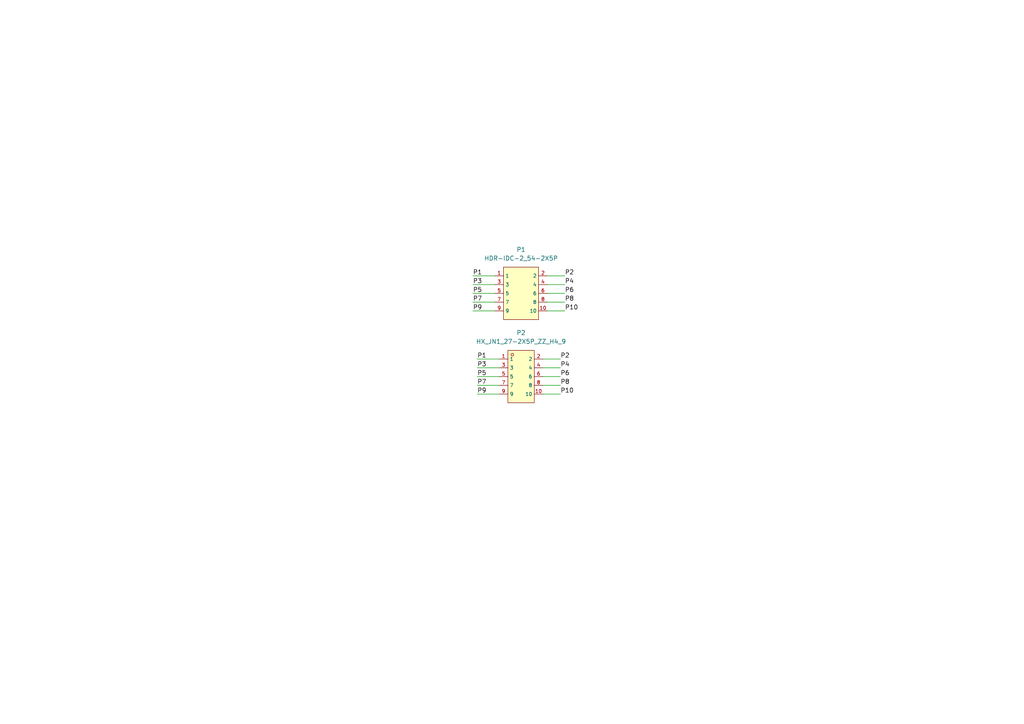
<source format=kicad_sch>
(kicad_sch (version 20250114) (generator "eeschema") (generator_version "9.0")
  (paper "A4")
  (lib_symbols
    (symbol "pa6t_1.27_2.54:HDR-IDC-2_54-2X5P"
      (property "Reference" "P" (at 0 1.27 0))
      (property "Value" "HDR-IDC-2_54-2X5P" (at 0 -2.54 0))
      (symbol "HDR-IDC-2_54-2X5P_0_1"
        (rectangle (start -5.08 7.62) (end 5.08 -7.62) (fill (type background)))
        (pin unspecified line (at -7.62 5.08 0) (length 2.54) (name "1") (number "1"))
        (pin unspecified line (at -7.62 2.54 0) (length 2.54) (name "3") (number "3"))
        (pin unspecified line (at -7.62 0 0) (length 2.54) (name "5") (number "5"))
        (pin unspecified line (at -7.62 -2.54 0) (length 2.54) (name "7") (number "7"))
        (pin unspecified line (at -7.62 -5.08 0) (length 2.54) (name "9") (number "9"))
        (pin unspecified line (at 7.62 5.08 180) (length 2.54) (name "2") (number "2"))
        (pin unspecified line (at 7.62 2.54 180) (length 2.54) (name "4") (number "4"))
        (pin unspecified line (at 7.62 0 180) (length 2.54) (name "6") (number "6"))
        (pin unspecified line (at 7.62 -2.54 180) (length 2.54) (name "8") (number "8"))
        (pin unspecified line (at 7.62 -5.08 180) (length 2.54) (name "10") (number "10"))
      )
    )
    (symbol "pa6t_1.27_2.54:HX_JN1_27-2X5P_ZZ_H4_9"
      (property "Reference" "U" (at 0 1.27 0))
      (property "Value" "HX_JN1_27-2X5P_ZZ_H4_9" (at 0 -2.54 0))
      (symbol "HX_JN1_27-2X5P_ZZ_H4_9_0_1"
        (rectangle (start -3.81 7.62) (end 3.81 -7.62) (fill (type background)))
        (circle (center -2.54 6.35) (radius 0.381) (fill (type background)))
        (pin unspecified line (at -6.35 5.08 0) (length 2.54) (name "1") (number "1"))
        (pin unspecified line (at -6.35 2.54 0) (length 2.54) (name "3") (number "3"))
        (pin unspecified line (at -6.35 0 0) (length 2.54) (name "5") (number "5"))
        (pin unspecified line (at -6.35 -2.54 0) (length 2.54) (name "7") (number "7"))
        (pin unspecified line (at -6.35 -5.08 0) (length 2.54) (name "9") (number "9"))
        (pin unspecified line (at 6.35 5.08 180) (length 2.54) (name "2") (number "2"))
        (pin unspecified line (at 6.35 2.54 180) (length 2.54) (name "4") (number "4"))
        (pin unspecified line (at 6.35 0 180) (length 2.54) (name "6") (number "6"))
        (pin unspecified line (at 6.35 -2.54 180) (length 2.54) (name "8") (number "8"))
        (pin unspecified line (at 6.35 -5.08 180) (length 2.54) (name "10") (number "10"))
      )
    )
  )
  (wire (pts (xy 158.75 82.55) (xy 163.83 82.55)))
  (wire (pts (xy 137.16 85.09) (xy 143.51 85.09)))
  (wire (pts (xy 158.75 85.09) (xy 163.83 85.09)))
  (wire (pts (xy 157.48 106.68) (xy 162.56 106.68)))
  (wire (pts (xy 157.48 111.76) (xy 162.56 111.76)))
  (wire (pts (xy 158.75 90.17) (xy 163.83 90.17)))
  (wire (pts (xy 137.16 82.55) (xy 143.51 82.55)))
  (wire (pts (xy 138.43 104.14) (xy 144.78 104.14)))
  (wire (pts (xy 137.16 90.17) (xy 143.51 90.17)))
  (wire (pts (xy 157.48 114.3) (xy 162.56 114.3)))
  (wire (pts (xy 157.48 104.14) (xy 162.56 104.14)))
  (wire (pts (xy 158.75 80.01) (xy 163.83 80.01)))
  (wire (pts (xy 157.48 109.22) (xy 162.56 109.22)))
  (wire (pts (xy 137.16 87.63) (xy 143.51 87.63)))
  (wire (pts (xy 138.43 109.22) (xy 144.78 109.22)))
  (wire (pts (xy 158.75 87.63) (xy 163.83 87.63)))
  (wire (pts (xy 137.16 80.01) (xy 143.51 80.01)))
  (wire (pts (xy 138.43 114.3) (xy 144.78 114.3)))
  (wire (pts (xy 138.43 111.76) (xy 144.78 111.76)))
  (wire (pts (xy 138.43 106.68) (xy 144.78 106.68)))
  (label "P1" (at 138.43 104.14 0))
  (label "P8" (at 163.83 87.63 0))
  (label "P5" (at 138.43 109.22 0))
  (label "P2" (at 163.83 80.01 0))
  (label "P8" (at 162.56 111.76 0))
  (label "P4" (at 163.83 82.55 0))
  (label "P10" (at 163.83 90.17 0))
  (label "P4" (at 162.56 106.68 0))
  (label "P10" (at 162.56 114.3 0))
  (label "P9" (at 138.43 114.3 0))
  (label "P9" (at 137.16 90.17 0))
  (label "P3" (at 138.43 106.68 0))
  (label "P6" (at 163.83 85.09 0))
  (label "P7" (at 137.16 87.63 0))
  (label "P5" (at 137.16 85.09 0))
  (label "P1" (at 137.16 80.01 0))
  (label "P6" (at 162.56 109.22 0))
  (label "P3" (at 137.16 82.55 0))
  (label "P7" (at 138.43 111.76 0))
  (label "P2" (at 162.56 104.14 0))
  (symbol (lib_id "pa6t_1.27_2.54:HDR-IDC-2_54-2X5P") (at 151.13 85.09 0) (unit 1)
    (property "Reference" "P1" (at 151.13 72.39 0))
    (property "Value" "HDR-IDC-2_54-2X5P" (at 151.13 74.93 0))
    (property "Footprint" "idc_1.27_2.54:IDC-TH_10P-P2.54_C5665" (effects (hide yes)))
    (property "Datasheet" "https://item.szlcsc.com/6118.html" (effects (hide yes)))
    (property "LCSC" "C5665" (effects (hide yes)))
  )
  (symbol (lib_id "pa6t_1.27_2.54:HX_JN1_27-2X5P_ZZ_H4_9") (at 151.13 109.22 0) (unit 1)
    (property "Reference" "P2" (at 151.13 96.52 0))
    (property "Value" "HX_JN1_27-2X5P_ZZ_H4_9" (at 151.13 99.06 0))
    (property "Footprint" "idc_1.27_2.54:CONN-TH_10P-P1.27_HX-JN1.27-2X5P-ZZ-H4.9" (effects (hide yes)))
    (property "Datasheet" "https://atta.szlcsc.com/upload/public/pdf/source/20241030/2C669A908802DD8CE42C1EA78563A219.pdf" (effects (hide yes)))
    (property "LCSC" "C42372547" (effects (hide yes)))
  )
)
</source>
